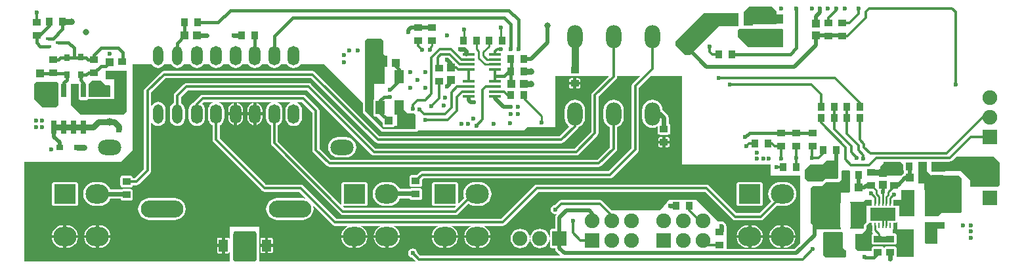
<source format=gbl>
G04 Layer_Physical_Order=4*
G04 Layer_Color=16711680*
%FSLAX24Y24*%
%MOIN*%
G70*
G01*
G75*
%ADD11R,0.0354X0.0394*%
%ADD12R,0.0394X0.0354*%
%ADD13R,0.0394X0.0394*%
%ADD14R,0.0394X0.0394*%
%ADD20R,0.0472X0.0630*%
%ADD24R,0.0335X0.0315*%
%ADD25R,0.0315X0.0335*%
%ADD26R,0.0276X0.0157*%
%ADD27R,0.0283X0.0701*%
%ADD29C,0.0157*%
%ADD30C,0.0098*%
%ADD31C,0.0197*%
%ADD32C,0.0118*%
%ADD33C,0.0236*%
%ADD34C,0.0315*%
%ADD38C,0.0748*%
%ADD39R,0.0748X0.0748*%
%ADD40O,0.1181X0.0787*%
%ADD41O,0.2165X0.0866*%
%ADD42O,0.0512X0.0984*%
%ADD43O,0.0591X0.0984*%
%ADD44C,0.0236*%
%ADD45R,0.0748X0.0748*%
%ADD46O,0.1181X0.0984*%
%ADD47R,0.1102X0.0984*%
%ADD48O,0.0787X0.1181*%
%ADD49C,0.0315*%
%ADD50C,0.0394*%
%ADD51R,0.0512X0.0709*%
%ADD52R,0.0591X0.0512*%
%ADD53R,0.0472X0.0709*%
%ADD54R,0.0630X0.0138*%
%ADD55R,0.0709X0.1339*%
%ADD56R,0.1299X0.0669*%
%ADD57R,0.0098X0.0276*%
%ADD58R,0.0709X0.0512*%
%ADD59C,0.0100*%
%ADD60C,0.0350*%
%ADD61R,0.0150X0.0335*%
%ADD62R,0.0197X0.0276*%
%ADD63R,0.0344X0.0276*%
G36*
X49724Y5030D02*
X49724Y3898D01*
X49646Y3819D01*
X48228D01*
Y4161D01*
X47752Y4606D01*
X47037Y4606D01*
X46860Y4587D01*
X46260D01*
X46260Y5095D01*
X47195D01*
X47212Y5098D01*
X47224D01*
X47227Y5101D01*
X47264Y5109D01*
X47323Y5148D01*
X47529Y5354D01*
X49424D01*
X49724Y5030D01*
D02*
G37*
G36*
X42126Y4606D02*
X42126Y4055D01*
Y3583D01*
X42047Y3504D01*
X41654Y3504D01*
X41654Y2963D01*
X41220D01*
Y1752D01*
X41654D01*
Y1693D01*
X41614Y1654D01*
X40433D01*
X40118Y1969D01*
X40118Y3740D01*
X40236Y3858D01*
X40709Y3858D01*
X40906Y4055D01*
X41575D01*
X41693Y4173D01*
X41693Y4606D01*
X41732Y4646D01*
X42087Y4646D01*
X42126Y4606D01*
D02*
G37*
G36*
X46024Y5069D02*
X46024Y4606D01*
X46260Y4370D01*
X47677D01*
X47795Y4252D01*
X47795Y2559D01*
X47717Y2480D01*
X46772Y2480D01*
X46614Y2323D01*
X46378D01*
Y3661D01*
X45906D01*
Y3976D01*
X45591Y3976D01*
Y5079D01*
X45607Y5095D01*
X45982D01*
X46024Y5069D01*
D02*
G37*
G36*
X18425Y11260D02*
Y10591D01*
X18543Y10472D01*
X18622D01*
Y10039D01*
X18504Y9921D01*
Y9055D01*
X17953D01*
Y8289D01*
X17930Y8255D01*
X17921Y8209D01*
Y7500D01*
X17930Y7454D01*
X17956Y7415D01*
X17995Y7389D01*
X18041Y7380D01*
X18093D01*
X18384Y7089D01*
Y6969D01*
X18393Y6922D01*
X18419Y6883D01*
X18458Y6857D01*
X18504Y6848D01*
X18898D01*
X18944Y6857D01*
X18983Y6883D01*
X19000Y6909D01*
X19144D01*
Y7490D01*
X18986D01*
Y8219D01*
X19459D01*
Y7746D01*
X19656Y7549D01*
X19990D01*
X20079Y7441D01*
X20079Y6732D01*
X18415Y6732D01*
X17510Y7638D01*
X17510Y9419D01*
X17510Y9419D01*
X17510Y11250D01*
X17598Y11339D01*
X18346D01*
X18425Y11260D01*
D02*
G37*
G36*
X44685Y5079D02*
X44840Y4924D01*
Y4665D01*
X44849Y4619D01*
X44875Y4580D01*
X44875Y4554D01*
X44849Y4515D01*
X44840Y4469D01*
Y4465D01*
X44785Y4428D01*
X44727Y4370D01*
X43661Y4370D01*
X43661Y4843D01*
X43819Y5000D01*
X43819Y5079D01*
X44685Y5079D01*
D02*
G37*
G36*
X41535Y5079D02*
Y4291D01*
X41457Y4213D01*
X40866Y4213D01*
X40748Y4094D01*
X39980Y4094D01*
X39843Y4232D01*
X39843Y4695D01*
X40108Y4961D01*
X40748Y4961D01*
X40945Y5157D01*
X41457D01*
X41535Y5079D01*
D02*
G37*
G36*
X44528Y1654D02*
X45354Y1654D01*
X45354Y236D01*
X44464Y236D01*
X44462Y240D01*
X44481Y269D01*
X44490Y315D01*
Y669D01*
X44481Y715D01*
X44455Y754D01*
X44416Y781D01*
X44370Y790D01*
X43976D01*
X43930Y781D01*
X43891Y754D01*
X43865Y715D01*
X43860Y691D01*
X43856D01*
X43851Y715D01*
X43825Y754D01*
X43786Y781D01*
X43740Y790D01*
X43346D01*
X43300Y781D01*
X43261Y754D01*
X43235Y715D01*
X43226Y669D01*
Y551D01*
X42520D01*
X42402Y669D01*
X42402Y1417D01*
X42717Y1417D01*
X42881Y1582D01*
X42920Y1608D01*
X42946Y1646D01*
X42953Y1654D01*
Y1681D01*
X42955Y1693D01*
Y1822D01*
X43083Y1976D01*
X43084Y1975D01*
X43130Y1966D01*
X43216D01*
Y1859D01*
X43214Y1850D01*
Y1614D01*
X43227Y1549D01*
X43265Y1493D01*
X43304Y1454D01*
X43302Y1450D01*
X43300Y1450D01*
X43261Y1424D01*
X43235Y1385D01*
X43226Y1339D01*
Y984D01*
X43235Y938D01*
X43261Y899D01*
X43300Y873D01*
X43346Y864D01*
X43740D01*
X43786Y873D01*
X43802Y883D01*
X43915D01*
X43930Y873D01*
X43976Y864D01*
X44370D01*
X44416Y873D01*
X44455Y899D01*
X44481Y938D01*
X44490Y984D01*
Y1339D01*
X44481Y1385D01*
X44455Y1424D01*
X44416Y1450D01*
X44370Y1459D01*
X44311D01*
Y1633D01*
X44334Y1667D01*
X44343Y1713D01*
Y1966D01*
X44429D01*
X44475Y1975D01*
X44514Y2001D01*
X44519Y2008D01*
X44528D01*
Y1654D01*
D02*
G37*
G36*
X41772Y1457D02*
X41772Y709D01*
X41890Y591D01*
X41929D01*
Y276D01*
X41850Y197D01*
X40906D01*
X40748Y354D01*
X40748Y1457D01*
X40787Y1496D01*
X41732D01*
X41772Y1457D01*
D02*
G37*
G36*
X12006Y1422D02*
X12006Y116D01*
X11913Y24D01*
X10877D01*
X10787Y114D01*
Y541D01*
X10787Y551D01*
X10787Y591D01*
X10787D01*
Y1261D01*
Y1379D01*
X10864Y1537D01*
X11913D01*
X12006Y1422D01*
D02*
G37*
G36*
X44941Y2313D02*
X44626D01*
Y2854D01*
X44494D01*
X44475Y2867D01*
X44429Y2876D01*
X44343D01*
Y2987D01*
X44344Y2992D01*
Y3130D01*
X44724Y3140D01*
Y3258D01*
X44724Y3661D01*
X44941D01*
Y2313D01*
D02*
G37*
G36*
X43215Y2992D02*
X43216Y2987D01*
Y2876D01*
X43130D01*
X43084Y2867D01*
X43065Y2854D01*
X42953D01*
X42953Y2007D01*
X42863Y1899D01*
X42854Y1883D01*
X42844Y1868D01*
X42843Y1862D01*
X42840Y1857D01*
X42838Y1839D01*
X42835Y1822D01*
Y1705D01*
Y1697D01*
X42833Y1695D01*
X42830Y1693D01*
X42126D01*
Y1752D01*
X42461D01*
Y2963D01*
X42126D01*
Y3031D01*
X42835D01*
X42894Y3130D01*
X43215D01*
Y2992D01*
D02*
G37*
G36*
X46929Y1693D02*
X46555D01*
Y906D01*
X45984D01*
X45945Y945D01*
X45945Y1693D01*
Y2008D01*
X46929D01*
Y1693D01*
D02*
G37*
G36*
X4213Y9094D02*
X4331Y8976D01*
X4528D01*
X4567Y8937D01*
X4567Y8388D01*
X3473D01*
Y9047D01*
X3470Y9061D01*
X3622Y9213D01*
X4094Y9213D01*
X4213Y9094D01*
D02*
G37*
G36*
X17389Y8082D02*
X17389Y7638D01*
X17389Y7638D01*
X17399Y7592D01*
X17425Y7553D01*
X17425Y7553D01*
X18330Y6647D01*
X18330Y6647D01*
X18369Y6621D01*
X18415Y6612D01*
X18415Y6612D01*
X20079Y6612D01*
X20125Y6621D01*
X20164Y6647D01*
X20190Y6686D01*
X20191Y6693D01*
X23136Y6693D01*
X23159Y6688D01*
X23183Y6693D01*
X25556D01*
X25743Y6831D01*
X27165D01*
Y9444D01*
X29872D01*
X29879Y9426D01*
X29046Y8592D01*
X29006Y8534D01*
X28993Y8465D01*
Y6610D01*
X28144Y5761D01*
X18037D01*
X14773Y9025D01*
X14715Y9065D01*
X14646Y9078D01*
X8425D01*
X8356Y9065D01*
X8297Y9025D01*
X7845Y8573D01*
X7806Y8514D01*
X7792Y8445D01*
Y8086D01*
X7784Y8083D01*
X7706Y8023D01*
X7646Y7945D01*
X7608Y7854D01*
X7595Y7756D01*
Y7283D01*
X7608Y7186D01*
X7646Y7095D01*
X7706Y7017D01*
X7784Y6957D01*
X7875Y6919D01*
X7972Y6906D01*
X8070Y6919D01*
X8161Y6957D01*
X8239Y7017D01*
X8299Y7095D01*
X8337Y7186D01*
X8350Y7283D01*
Y7756D01*
X8337Y7854D01*
X8299Y7945D01*
X8239Y8023D01*
X8161Y8083D01*
X8153Y8086D01*
Y8370D01*
X8500Y8717D01*
X14571D01*
X17835Y5453D01*
X17893Y5414D01*
X17963Y5400D01*
X28219D01*
X28288Y5414D01*
X28346Y5453D01*
X29301Y6408D01*
X29340Y6466D01*
X29354Y6535D01*
Y8390D01*
X30246Y9282D01*
X30285Y9340D01*
X30299Y9409D01*
Y9444D01*
X31447Y9444D01*
X31454Y9426D01*
X31093Y9065D01*
X31054Y9006D01*
X31040Y8937D01*
Y5783D01*
X29856Y4600D01*
X20384D01*
X20315Y4586D01*
X20256Y4547D01*
X20121Y4412D01*
X19882D01*
X19836Y4403D01*
X19797Y4376D01*
X19771Y4337D01*
X19761Y4291D01*
Y3937D01*
X19771Y3891D01*
X19797Y3852D01*
X19836Y3826D01*
X19882Y3817D01*
X20276D01*
X20322Y3826D01*
X20361Y3852D01*
X20387Y3891D01*
X20396Y3937D01*
Y4176D01*
X20459Y4239D01*
X29931D01*
X30000Y4252D01*
X30059Y4292D01*
X31348Y5581D01*
X31387Y5640D01*
X31401Y5709D01*
Y8862D01*
X31983Y9444D01*
X33587D01*
X33587Y4956D01*
X38110D01*
Y4370D01*
X39606Y4370D01*
X39606Y942D01*
X39318Y654D01*
X35876D01*
X35866Y669D01*
Y1811D01*
X35823Y1854D01*
X35813Y1903D01*
X35761Y1981D01*
X35683Y2034D01*
X35634Y2043D01*
X35630Y2047D01*
X35614D01*
X35591Y2052D01*
X35567Y2047D01*
X35415Y2047D01*
X34319Y3143D01*
X34180D01*
X34180Y3143D01*
X34134Y3152D01*
X33780D01*
X33733Y3143D01*
X33733Y3143D01*
X33511Y3143D01*
X33511Y3143D01*
X33465Y3152D01*
X33110D01*
X33064Y3143D01*
X32928D01*
X32822Y3005D01*
X32509Y2598D01*
X30039Y2598D01*
X29557Y3080D01*
X29498Y3120D01*
X29429Y3133D01*
X27461D01*
X27392Y3120D01*
X27333Y3080D01*
X27147Y2895D01*
X27073Y2880D01*
X26995Y2828D01*
X26943Y2750D01*
X26925Y2657D01*
X26943Y2565D01*
X26995Y2487D01*
X27073Y2435D01*
X27165Y2417D01*
X27210Y2425D01*
X27219Y2407D01*
X27174Y2340D01*
X27157Y2256D01*
Y1676D01*
X27004D01*
X26958Y1666D01*
X26919Y1640D01*
X26893Y1601D01*
X26884Y1555D01*
Y1262D01*
X26864Y1261D01*
X26857Y1310D01*
X26808Y1429D01*
X26729Y1532D01*
X26626Y1611D01*
X26506Y1661D01*
X26378Y1677D01*
X26249Y1661D01*
X26130Y1611D01*
X26027Y1532D01*
X25948Y1429D01*
X25898Y1310D01*
X25888Y1229D01*
X25868D01*
X25857Y1310D01*
X25808Y1429D01*
X25729Y1532D01*
X25626Y1611D01*
X25506Y1661D01*
X25378Y1677D01*
X25249Y1661D01*
X25130Y1611D01*
X25027Y1532D01*
X24948Y1429D01*
X24898Y1310D01*
X24882Y1181D01*
X24898Y1053D01*
X24948Y933D01*
X25027Y830D01*
X25130Y751D01*
X25249Y702D01*
X25378Y685D01*
X25506Y702D01*
X25626Y751D01*
X25729Y830D01*
X25808Y933D01*
X25857Y1053D01*
X25868Y1133D01*
X25888D01*
X25898Y1053D01*
X25948Y933D01*
X26027Y830D01*
X26130Y751D01*
X26249Y702D01*
X26378Y685D01*
X26506Y702D01*
X26626Y751D01*
X26729Y830D01*
X26808Y933D01*
X26857Y1053D01*
X26864Y1101D01*
X26884Y1100D01*
Y807D01*
X26893Y761D01*
X26919Y722D01*
X26958Y696D01*
X27004Y687D01*
X27157D01*
Y673D01*
X27174Y589D01*
X27222Y517D01*
X27422Y317D01*
X27414Y299D01*
X20311D01*
X20158Y451D01*
X20144Y525D01*
X20092Y603D01*
X20013Y656D01*
X19921Y674D01*
X19829Y656D01*
X19751Y603D01*
X19699Y525D01*
X19680Y433D01*
X19699Y341D01*
X19751Y263D01*
X19829Y211D01*
X19903Y196D01*
X20077Y22D01*
X20069Y4D01*
X12126D01*
Y116D01*
X12126Y116D01*
X12126Y116D01*
Y688D01*
X12126Y1422D01*
Y1772D01*
X10630D01*
Y1177D01*
X10629Y1177D01*
X10610Y1174D01*
X10595Y1196D01*
X10569Y1214D01*
X10539Y1220D01*
X10381D01*
Y824D01*
Y429D01*
X10539D01*
X10569Y435D01*
X10595Y453D01*
X10610Y475D01*
X10629Y472D01*
X10630Y472D01*
Y4D01*
X201D01*
Y5079D01*
X5139Y5079D01*
X5709Y5686D01*
X5709Y10039D01*
X6668D01*
X6721Y9969D01*
X6800Y9910D01*
X6891Y9872D01*
X6988Y9859D01*
X7086Y9872D01*
X7177Y9910D01*
X7255Y9969D01*
X7309Y10039D01*
X7652D01*
X7706Y9969D01*
X7784Y9910D01*
X7875Y9872D01*
X7972Y9859D01*
X8070Y9872D01*
X8161Y9910D01*
X8239Y9969D01*
X8293Y10039D01*
X8617D01*
X8662Y9981D01*
X8748Y9915D01*
X8849Y9873D01*
X8957Y9859D01*
X9065Y9873D01*
X9165Y9915D01*
X9252Y9981D01*
X9297Y10039D01*
X9601D01*
X9646Y9981D01*
X9732Y9915D01*
X9833Y9873D01*
X9941Y9859D01*
X10049Y9873D01*
X10149Y9915D01*
X10236Y9981D01*
X10281Y10039D01*
X10585Y10039D01*
X10630Y9981D01*
X10717Y9915D01*
X10817Y9873D01*
X10925Y9859D01*
X11033Y9873D01*
X11134Y9915D01*
X11220Y9981D01*
X11265Y10039D01*
X11570D01*
X11615Y9981D01*
X11701Y9915D01*
X11802Y9873D01*
X11909Y9859D01*
X12017Y9873D01*
X12118Y9915D01*
X12204Y9981D01*
X12249Y10039D01*
X12554D01*
X12599Y9981D01*
X12685Y9915D01*
X12786Y9873D01*
X12894Y9859D01*
X13002Y9873D01*
X13102Y9915D01*
X13189Y9981D01*
X13233Y10039D01*
X13538D01*
X13583Y9981D01*
X13669Y9915D01*
X13770Y9873D01*
X13878Y9859D01*
X13986Y9873D01*
X14086Y9915D01*
X14173Y9981D01*
X14218Y10039D01*
X15433D01*
X17389Y8082D01*
D02*
G37*
G36*
X36457Y11968D02*
X35453D01*
X33996Y10512D01*
X33760D01*
X33248Y11024D01*
Y11181D01*
X34705Y12638D01*
X36457Y12638D01*
X36457Y11968D01*
D02*
G37*
G36*
X1929Y9055D02*
Y7953D01*
X1811Y7835D01*
X1142D01*
X709Y8268D01*
X709Y9055D01*
X787Y9134D01*
X906Y9134D01*
X1850D01*
X1929Y9055D01*
D02*
G37*
G36*
X38705Y11850D02*
X38740Y11815D01*
X38740Y10906D01*
X36969D01*
X36417Y11457D01*
X36417Y11772D01*
X36496Y11850D01*
X36732Y11850D01*
X38705Y11850D01*
D02*
G37*
G36*
X38410Y12741D02*
X38410Y12091D01*
X37207D01*
Y12006D01*
X36713Y12006D01*
X36713Y12697D01*
X37004Y12988D01*
X38163D01*
X38410Y12741D01*
D02*
G37*
G36*
X5394Y7638D02*
X5236Y7480D01*
X3051D01*
X2559Y7972D01*
Y9055D01*
X2942D01*
X2948Y9047D01*
Y8346D01*
X2953Y8325D01*
Y8268D01*
X2979D01*
X2984Y8261D01*
X3023Y8235D01*
X3069Y8226D01*
X3352D01*
X3398Y8235D01*
X3438Y8261D01*
X3442Y8268D01*
X4764D01*
X4764Y9291D01*
X4331D01*
X4331Y9724D01*
X5394D01*
Y7638D01*
D02*
G37*
%LPC*%
G36*
X38610Y1201D02*
X38025D01*
X38034Y1130D01*
X38092Y992D01*
X38183Y872D01*
X38303Y781D01*
X38442Y723D01*
X38591Y704D01*
X38610D01*
Y1201D01*
D02*
G37*
G36*
X37699D02*
X37114D01*
Y704D01*
X37134D01*
X37283Y723D01*
X37422Y781D01*
X37541Y872D01*
X37633Y992D01*
X37690Y1130D01*
X37699Y1201D01*
D02*
G37*
G36*
X23869D02*
X23283D01*
Y704D01*
X23303D01*
X23452Y723D01*
X23591Y781D01*
X23710Y872D01*
X23802Y992D01*
X23859Y1130D01*
X23869Y1201D01*
D02*
G37*
G36*
X36957D02*
X36372D01*
X36381Y1130D01*
X36438Y992D01*
X36530Y872D01*
X36649Y781D01*
X36788Y723D01*
X36937Y704D01*
X36957D01*
Y1201D01*
D02*
G37*
G36*
X2177Y1855D02*
X2157D01*
X2008Y1836D01*
X1870Y1778D01*
X1750Y1687D01*
X1659Y1567D01*
X1601Y1429D01*
X1592Y1358D01*
X2177D01*
Y1855D01*
D02*
G37*
G36*
X2354D02*
X2335D01*
Y1358D01*
X2920D01*
X2910Y1429D01*
X2853Y1567D01*
X2761Y1687D01*
X2642Y1778D01*
X2503Y1836D01*
X2354Y1855D01*
D02*
G37*
G36*
X3831D02*
X3811D01*
X3662Y1836D01*
X3523Y1778D01*
X3404Y1687D01*
X3312Y1567D01*
X3255Y1429D01*
X3246Y1358D01*
X3831D01*
Y1855D01*
D02*
G37*
G36*
X12735Y1222D02*
X12577D01*
Y906D01*
X12815D01*
Y1142D01*
X12809Y1172D01*
X12791Y1199D01*
X12765Y1216D01*
X12735Y1222D01*
D02*
G37*
G36*
X39353Y1201D02*
X38768D01*
Y704D01*
X38787D01*
X38936Y723D01*
X39075Y781D01*
X39195Y872D01*
X39286Y992D01*
X39344Y1130D01*
X39353Y1201D01*
D02*
G37*
G36*
X10224Y1220D02*
X10066D01*
X10035Y1214D01*
X10009Y1196D01*
X9992Y1170D01*
X9986Y1139D01*
Y903D01*
X10224D01*
Y1220D01*
D02*
G37*
G36*
X12420Y1222D02*
X12262D01*
X12231Y1216D01*
X12205Y1199D01*
X12188Y1172D01*
X12182Y1142D01*
Y906D01*
X12420D01*
Y1222D01*
D02*
G37*
G36*
X2920Y1201D02*
X2335D01*
Y704D01*
X2354D01*
X2503Y723D01*
X2642Y781D01*
X2761Y872D01*
X2853Y992D01*
X2910Y1130D01*
X2920Y1201D01*
D02*
G37*
G36*
X3831D02*
X3246D01*
X3255Y1130D01*
X3312Y992D01*
X3404Y872D01*
X3523Y781D01*
X3662Y723D01*
X3811Y704D01*
X3831D01*
Y1201D01*
D02*
G37*
G36*
X4573D02*
X3988D01*
Y704D01*
X4008D01*
X4157Y723D01*
X4296Y781D01*
X4415Y872D01*
X4507Y992D01*
X4564Y1130D01*
X4573Y1201D01*
D02*
G37*
G36*
X2177D02*
X1592D01*
X1601Y1130D01*
X1659Y992D01*
X1750Y872D01*
X1870Y781D01*
X2008Y723D01*
X2157Y704D01*
X2177D01*
Y1201D01*
D02*
G37*
G36*
X10224Y746D02*
X9986D01*
Y509D01*
X9992Y479D01*
X10009Y453D01*
X10035Y435D01*
X10066Y429D01*
X10224D01*
Y746D01*
D02*
G37*
G36*
X12420Y748D02*
X12182D01*
Y512D01*
X12188Y481D01*
X12205Y455D01*
X12231Y438D01*
X12262Y432D01*
X12420D01*
Y748D01*
D02*
G37*
G36*
X12815D02*
X12577D01*
Y432D01*
X12735D01*
X12765Y438D01*
X12791Y455D01*
X12809Y481D01*
X12815Y512D01*
Y748D01*
D02*
G37*
G36*
X21472Y1201D02*
X20887D01*
X20897Y1130D01*
X20954Y992D01*
X21046Y872D01*
X21165Y781D01*
X21304Y723D01*
X21453Y704D01*
X21472D01*
Y1201D01*
D02*
G37*
G36*
X22215D02*
X21630D01*
Y704D01*
X21650D01*
X21799Y723D01*
X21937Y781D01*
X22057Y872D01*
X22148Y992D01*
X22206Y1130D01*
X22215Y1201D01*
D02*
G37*
G36*
X23126D02*
X22541D01*
X22550Y1130D01*
X22608Y992D01*
X22699Y872D01*
X22818Y781D01*
X22957Y723D01*
X23106Y704D01*
X23126D01*
Y1201D01*
D02*
G37*
G36*
X19274D02*
X18689D01*
Y704D01*
X18709D01*
X18858Y723D01*
X18997Y781D01*
X19116Y872D01*
X19207Y992D01*
X19265Y1130D01*
X19274Y1201D01*
D02*
G37*
G36*
X16878D02*
X16293D01*
X16302Y1130D01*
X16360Y992D01*
X16451Y872D01*
X16570Y781D01*
X16709Y723D01*
X16858Y704D01*
X16878D01*
Y1201D01*
D02*
G37*
G36*
X17621D02*
X17035D01*
Y704D01*
X17055D01*
X17204Y723D01*
X17343Y781D01*
X17462Y872D01*
X17554Y992D01*
X17611Y1130D01*
X17621Y1201D01*
D02*
G37*
G36*
X18532D02*
X17946D01*
X17956Y1130D01*
X18013Y992D01*
X18105Y872D01*
X18224Y781D01*
X18363Y723D01*
X18512Y704D01*
X18532D01*
Y1201D01*
D02*
G37*
G36*
X4008Y1855D02*
X3988D01*
Y1358D01*
X4573D01*
X4564Y1429D01*
X4507Y1567D01*
X4415Y1687D01*
X4296Y1778D01*
X4157Y1836D01*
X4008Y1855D01*
D02*
G37*
G36*
X32874Y6340D02*
X32756D01*
Y6161D01*
X32954D01*
Y6260D01*
X32948Y6291D01*
X32931Y6317D01*
X32905Y6334D01*
X32874Y6340D01*
D02*
G37*
G36*
X32087Y8233D02*
X31953Y8215D01*
X31828Y8164D01*
X31722Y8082D01*
X31640Y7975D01*
X31588Y7850D01*
X31570Y7717D01*
Y7323D01*
X31588Y7189D01*
X31640Y7065D01*
X31722Y6958D01*
X31828Y6876D01*
X31953Y6824D01*
X32087Y6807D01*
X32220Y6824D01*
X32340Y6874D01*
X32360Y6865D01*
Y6575D01*
X32369Y6529D01*
X32395Y6490D01*
X32434Y6464D01*
X32480Y6454D01*
X32874D01*
X32920Y6464D01*
X32959Y6490D01*
X32985Y6529D01*
X32994Y6575D01*
Y6929D01*
X32985Y6975D01*
X32959Y7014D01*
X32920Y7040D01*
X32918Y7041D01*
Y7323D01*
X32900Y7415D01*
X32847Y7493D01*
X32651Y7690D01*
X32602Y7722D01*
X32585Y7850D01*
X32534Y7975D01*
X32452Y8082D01*
X32345Y8164D01*
X32220Y8215D01*
X32087Y8233D01*
D02*
G37*
G36*
X11988Y8083D02*
Y7598D01*
X12287D01*
Y7717D01*
X12274Y7814D01*
X12236Y7905D01*
X12176Y7983D01*
X12098Y8043D01*
X12007Y8081D01*
X11988Y8083D01*
D02*
G37*
G36*
X32598Y6340D02*
X32480D01*
X32450Y6334D01*
X32424Y6317D01*
X32406Y6291D01*
X32400Y6260D01*
Y6161D01*
X32598D01*
Y6340D01*
D02*
G37*
G36*
Y6004D02*
X32400D01*
Y5906D01*
X32406Y5875D01*
X32424Y5849D01*
X32450Y5831D01*
X32480Y5825D01*
X32598D01*
Y6004D01*
D02*
G37*
G36*
X32954D02*
X32756D01*
Y5825D01*
X32874D01*
X32905Y5831D01*
X32931Y5849D01*
X32948Y5875D01*
X32954Y5906D01*
Y6004D01*
D02*
G37*
G36*
X14843Y9708D02*
X7283D01*
X7214Y9694D01*
X7156Y9655D01*
X6329Y8829D01*
X6290Y8770D01*
X6276Y8701D01*
Y4720D01*
X5811Y4255D01*
X5710D01*
X5702Y4298D01*
X5676Y4337D01*
X5637Y4363D01*
X5591Y4372D01*
X5197D01*
X5151Y4363D01*
X5112Y4337D01*
X5086Y4298D01*
X5076Y4252D01*
Y3898D01*
X5086Y3852D01*
X5112Y3812D01*
X5151Y3786D01*
X5197Y3777D01*
X5591D01*
X5637Y3786D01*
X5676Y3812D01*
X5702Y3852D01*
X5710Y3894D01*
X5886D01*
X5955Y3908D01*
X6014Y3947D01*
X6584Y4518D01*
X6624Y4577D01*
X6637Y4646D01*
Y7103D01*
X6657Y7107D01*
X6661Y7095D01*
X6721Y7017D01*
X6800Y6957D01*
X6891Y6919D01*
X6988Y6906D01*
X7086Y6919D01*
X7177Y6957D01*
X7255Y7017D01*
X7315Y7095D01*
X7353Y7186D01*
X7365Y7283D01*
Y7756D01*
X7353Y7854D01*
X7315Y7945D01*
X7255Y8023D01*
X7177Y8083D01*
X7086Y8120D01*
X6988Y8133D01*
X6891Y8120D01*
X6800Y8083D01*
X6721Y8023D01*
X6661Y7945D01*
X6657Y7933D01*
X6637Y7937D01*
Y8626D01*
X7358Y9347D01*
X14768D01*
X18042Y6073D01*
X18100Y6034D01*
X18169Y6020D01*
X27461D01*
X27530Y6034D01*
X27588Y6073D01*
X28277Y6762D01*
X28316Y6821D01*
X28320Y6840D01*
X28408Y6876D01*
X28515Y6958D01*
X28597Y7065D01*
X28648Y7189D01*
X28666Y7323D01*
Y7717D01*
X28648Y7850D01*
X28597Y7975D01*
X28515Y8082D01*
X28408Y8164D01*
X28283Y8215D01*
X28150Y8233D01*
X28016Y8215D01*
X27891Y8164D01*
X27785Y8082D01*
X27703Y7975D01*
X27651Y7850D01*
X27633Y7717D01*
Y7323D01*
X27651Y7189D01*
X27703Y7065D01*
X27785Y6958D01*
X27873Y6890D01*
X27875Y6870D01*
X27386Y6381D01*
X18244D01*
X14970Y9655D01*
X14912Y9694D01*
X14843Y9708D01*
D02*
G37*
G36*
X10846Y8083D02*
X10828Y8081D01*
X10737Y8043D01*
X10658Y7983D01*
X10598Y7905D01*
X10561Y7814D01*
X10548Y7717D01*
Y7598D01*
X10846D01*
Y8083D01*
D02*
G37*
G36*
X11831D02*
X11812Y8081D01*
X11721Y8043D01*
X11643Y7983D01*
X11583Y7905D01*
X11545Y7814D01*
X11532Y7717D01*
Y7598D01*
X11831D01*
Y8083D01*
D02*
G37*
G36*
X11004D02*
Y7598D01*
X11302D01*
Y7717D01*
X11290Y7814D01*
X11252Y7905D01*
X11192Y7983D01*
X11114Y8043D01*
X11023Y8081D01*
X11004Y8083D01*
D02*
G37*
G36*
X11831Y7441D02*
X11532D01*
Y7323D01*
X11545Y7225D01*
X11583Y7134D01*
X11643Y7056D01*
X11721Y6996D01*
X11812Y6958D01*
X11831Y6956D01*
Y7441D01*
D02*
G37*
G36*
X11302D02*
X11004D01*
Y6956D01*
X11023Y6958D01*
X11114Y6996D01*
X11192Y7056D01*
X11252Y7134D01*
X11290Y7225D01*
X11302Y7323D01*
Y7441D01*
D02*
G37*
G36*
X12287D02*
X11988D01*
Y6956D01*
X12007Y6958D01*
X12098Y6996D01*
X12176Y7056D01*
X12236Y7134D01*
X12274Y7225D01*
X12287Y7323D01*
Y7441D01*
D02*
G37*
G36*
X10846D02*
X10548D01*
Y7323D01*
X10561Y7225D01*
X10598Y7134D01*
X10658Y7056D01*
X10737Y6996D01*
X10828Y6958D01*
X10846Y6956D01*
Y7441D01*
D02*
G37*
G36*
X16535Y6343D02*
X16142D01*
X16008Y6325D01*
X15884Y6274D01*
X15777Y6192D01*
X15695Y6085D01*
X15643Y5960D01*
X15626Y5827D01*
X15643Y5693D01*
X15695Y5569D01*
X15777Y5462D01*
X15884Y5380D01*
X16008Y5328D01*
X16142Y5311D01*
X16535D01*
X16669Y5328D01*
X16794Y5380D01*
X16900Y5462D01*
X16983Y5569D01*
X17034Y5693D01*
X17052Y5827D01*
X17034Y5960D01*
X16983Y6085D01*
X16900Y6192D01*
X16794Y6274D01*
X16669Y6325D01*
X16535Y6343D01*
D02*
G37*
G36*
X28346Y9332D02*
X28228D01*
Y9154D01*
X28427D01*
Y9252D01*
X28421Y9283D01*
X28403Y9309D01*
X28377Y9326D01*
X28346Y9332D01*
D02*
G37*
G36*
X7835Y3233D02*
X6535D01*
X6392Y3214D01*
X6257Y3159D01*
X6142Y3070D01*
X6054Y2955D01*
X5998Y2821D01*
X5979Y2677D01*
X5998Y2533D01*
X6054Y2399D01*
X6142Y2284D01*
X6257Y2196D01*
X6392Y2140D01*
X6535Y2121D01*
X7835D01*
X7979Y2140D01*
X8113Y2196D01*
X8228Y2284D01*
X8316Y2399D01*
X8372Y2533D01*
X8391Y2677D01*
X8372Y2821D01*
X8316Y2955D01*
X8228Y3070D01*
X8113Y3159D01*
X7979Y3214D01*
X7835Y3233D01*
D02*
G37*
G36*
X28071Y9332D02*
X27953D01*
X27922Y9326D01*
X27896Y9309D01*
X27879Y9283D01*
X27872Y9252D01*
Y9154D01*
X28071D01*
Y9332D01*
D02*
G37*
G36*
X38787Y1855D02*
X38768D01*
Y1358D01*
X39353D01*
X39344Y1429D01*
X39286Y1567D01*
X39195Y1687D01*
X39075Y1778D01*
X38936Y1836D01*
X38787Y1855D01*
D02*
G37*
G36*
X36957D02*
X36937D01*
X36788Y1836D01*
X36649Y1778D01*
X36530Y1687D01*
X36438Y1567D01*
X36381Y1429D01*
X36372Y1358D01*
X36957D01*
Y1855D01*
D02*
G37*
G36*
X37134D02*
X37114D01*
Y1358D01*
X37699D01*
X37690Y1429D01*
X37633Y1567D01*
X37541Y1687D01*
X37422Y1778D01*
X37283Y1836D01*
X37134Y1855D01*
D02*
G37*
G36*
X38610D02*
X38591D01*
X38442Y1836D01*
X38303Y1778D01*
X38183Y1687D01*
X38092Y1567D01*
X38034Y1429D01*
X38025Y1358D01*
X38610D01*
Y1855D01*
D02*
G37*
G36*
X18709Y4058D02*
X18512D01*
X18392Y4046D01*
X18277Y4011D01*
X18171Y3955D01*
X18078Y3878D01*
X18002Y3786D01*
X17945Y3680D01*
X17910Y3565D01*
X17899Y3445D01*
X17910Y3325D01*
X17945Y3210D01*
X18002Y3104D01*
X18078Y3011D01*
X18171Y2935D01*
X18277Y2878D01*
X18392Y2843D01*
X18512Y2832D01*
X18709D01*
X18828Y2843D01*
X18943Y2878D01*
X19049Y2935D01*
X19142Y3011D01*
X19219Y3104D01*
X19275Y3210D01*
X19279Y3224D01*
X19770D01*
X19771Y3222D01*
X19797Y3183D01*
X19836Y3156D01*
X19882Y3147D01*
X20276D01*
X20322Y3156D01*
X20361Y3183D01*
X20387Y3222D01*
X20396Y3268D01*
Y3622D01*
X20387Y3668D01*
X20361Y3707D01*
X20322Y3733D01*
X20276Y3742D01*
X19882D01*
X19836Y3733D01*
X19797Y3707D01*
X19796Y3705D01*
X19261D01*
X19219Y3786D01*
X19142Y3878D01*
X19049Y3955D01*
X18943Y4011D01*
X18828Y4046D01*
X18709Y4058D01*
D02*
G37*
G36*
X28071Y8996D02*
X27872D01*
Y8898D01*
X27879Y8867D01*
X27896Y8841D01*
X27922Y8823D01*
X27953Y8817D01*
X28071D01*
Y8996D01*
D02*
G37*
G36*
X14370Y8488D02*
X9252D01*
X9183Y8474D01*
X9124Y8435D01*
X8829Y8140D01*
X8803Y8100D01*
X8748Y8078D01*
X8662Y8011D01*
X8596Y7925D01*
X8554Y7824D01*
X8540Y7717D01*
Y7323D01*
X8554Y7215D01*
X8596Y7114D01*
X8662Y7028D01*
X8748Y6962D01*
X8849Y6920D01*
X8957Y6906D01*
X9065Y6920D01*
X9165Y6962D01*
X9252Y7028D01*
X9318Y7114D01*
X9359Y7215D01*
X9374Y7323D01*
Y7717D01*
X9359Y7824D01*
X9318Y7925D01*
X9252Y8011D01*
X9241Y8020D01*
X9240Y8039D01*
X9327Y8126D01*
X9799D01*
X9803Y8107D01*
X9732Y8078D01*
X9646Y8011D01*
X9580Y7925D01*
X9538Y7824D01*
X9524Y7717D01*
Y7323D01*
X9538Y7215D01*
X9580Y7114D01*
X9646Y7028D01*
X9732Y6962D01*
X9760Y6950D01*
Y6201D01*
X9774Y6132D01*
X9813Y6073D01*
X12274Y3612D01*
X12332Y3573D01*
X12402Y3560D01*
X14167D01*
X14504Y3223D01*
X14493Y3207D01*
X14475Y3214D01*
X14331Y3233D01*
X13032D01*
X12888Y3214D01*
X12754Y3159D01*
X12638Y3070D01*
X12550Y2955D01*
X12494Y2821D01*
X12476Y2677D01*
X12494Y2533D01*
X12550Y2399D01*
X12638Y2284D01*
X12754Y2196D01*
X12888Y2140D01*
X13032Y2121D01*
X14331D01*
X14475Y2140D01*
X14609Y2196D01*
X14724Y2284D01*
X14812Y2399D01*
X14868Y2533D01*
X14887Y2677D01*
X14868Y2821D01*
X14860Y2839D01*
X14876Y2850D01*
X15847Y1880D01*
X15905Y1841D01*
X15974Y1827D01*
X16638D01*
X16642Y1808D01*
X16570Y1778D01*
X16451Y1687D01*
X16360Y1567D01*
X16302Y1429D01*
X16293Y1358D01*
X17621D01*
X17611Y1429D01*
X17554Y1567D01*
X17462Y1687D01*
X17343Y1778D01*
X17271Y1808D01*
X17275Y1827D01*
X18292D01*
X18296Y1808D01*
X18224Y1778D01*
X18105Y1687D01*
X18013Y1567D01*
X17956Y1429D01*
X17946Y1358D01*
X19274D01*
X19265Y1429D01*
X19207Y1567D01*
X19116Y1687D01*
X18997Y1778D01*
X18925Y1808D01*
X18929Y1827D01*
X21233D01*
X21237Y1808D01*
X21165Y1778D01*
X21046Y1687D01*
X20954Y1567D01*
X20897Y1429D01*
X20887Y1358D01*
X22215D01*
X22206Y1429D01*
X22148Y1567D01*
X22057Y1687D01*
X21937Y1778D01*
X21866Y1808D01*
X21870Y1827D01*
X22886D01*
X22890Y1808D01*
X22818Y1778D01*
X22699Y1687D01*
X22608Y1567D01*
X22550Y1429D01*
X22541Y1358D01*
X23869D01*
X23859Y1429D01*
X23802Y1567D01*
X23710Y1687D01*
X23591Y1778D01*
X23519Y1808D01*
X23523Y1827D01*
X24488D01*
X24557Y1841D01*
X24616Y1880D01*
X26295Y3560D01*
X34768D01*
X36162Y2166D01*
X36220Y2126D01*
X36289Y2113D01*
X37608D01*
X37677Y2126D01*
X37736Y2166D01*
X38427Y2857D01*
X38471Y2843D01*
X38591Y2832D01*
X38787D01*
X38907Y2843D01*
X39022Y2878D01*
X39128Y2935D01*
X39221Y3011D01*
X39297Y3104D01*
X39354Y3210D01*
X39389Y3325D01*
X39401Y3445D01*
X39389Y3565D01*
X39354Y3680D01*
X39297Y3786D01*
X39221Y3878D01*
X39128Y3955D01*
X39022Y4011D01*
X38907Y4046D01*
X38787Y4058D01*
X38591D01*
X38471Y4046D01*
X38356Y4011D01*
X38250Y3955D01*
X38157Y3878D01*
X38081Y3786D01*
X38024Y3680D01*
X37989Y3565D01*
X37977Y3445D01*
X37989Y3325D01*
X38024Y3210D01*
X38081Y3104D01*
X38118Y3059D01*
X37533Y2474D01*
X36364D01*
X34970Y3868D01*
X34912Y3907D01*
X34843Y3921D01*
X26220D01*
X26151Y3907D01*
X26093Y3868D01*
X24413Y2189D01*
X16049D01*
X14370Y3868D01*
X14311Y3907D01*
X14242Y3921D01*
X12476D01*
X10122Y6276D01*
Y6950D01*
X10149Y6962D01*
X10236Y7028D01*
X10302Y7114D01*
X10344Y7215D01*
X10358Y7323D01*
Y7717D01*
X10344Y7824D01*
X10302Y7925D01*
X10236Y8011D01*
X10149Y8078D01*
X10079Y8107D01*
X10083Y8126D01*
X12752D01*
X12756Y8107D01*
X12685Y8078D01*
X12599Y8011D01*
X12533Y7925D01*
X12491Y7824D01*
X12477Y7717D01*
Y7323D01*
X12491Y7215D01*
X12533Y7114D01*
X12599Y7028D01*
X12685Y6962D01*
X12713Y6950D01*
Y6043D01*
X12727Y5974D01*
X12766Y5916D01*
X16250Y2431D01*
X16309Y2392D01*
X16378Y2378D01*
X22106D01*
X22175Y2392D01*
X22234Y2431D01*
X22750Y2948D01*
X22766Y2935D01*
X22872Y2878D01*
X22987Y2843D01*
X23106Y2832D01*
X23303D01*
X23423Y2843D01*
X23538Y2878D01*
X23644Y2935D01*
X23737Y3011D01*
X23813Y3104D01*
X23870Y3210D01*
X23905Y3325D01*
X23916Y3445D01*
X23905Y3565D01*
X23870Y3680D01*
X23813Y3786D01*
X23737Y3878D01*
X23644Y3955D01*
X23538Y4011D01*
X23423Y4046D01*
X23303Y4058D01*
X23106D01*
X22987Y4046D01*
X22872Y4011D01*
X22766Y3955D01*
X22673Y3878D01*
X22596Y3786D01*
X22540Y3680D01*
X22505Y3565D01*
X22493Y3445D01*
X22505Y3325D01*
X22531Y3239D01*
X22241Y2949D01*
X22223Y2959D01*
Y3937D01*
X22214Y3983D01*
X22188Y4022D01*
X22148Y4048D01*
X22102Y4057D01*
X21000D01*
X20954Y4048D01*
X20915Y4022D01*
X20889Y3983D01*
X20880Y3937D01*
Y2953D01*
X20889Y2907D01*
X20915Y2868D01*
X20954Y2842D01*
X21000Y2832D01*
X22096D01*
X22106Y2814D01*
X22031Y2740D01*
X16453D01*
X16374Y2819D01*
X16384Y2837D01*
X16406Y2832D01*
X17508D01*
X17554Y2842D01*
X17593Y2868D01*
X17619Y2907D01*
X17628Y2953D01*
Y3937D01*
X17619Y3983D01*
X17593Y4022D01*
X17554Y4048D01*
X17508Y4057D01*
X16406D01*
X16359Y4048D01*
X16320Y4022D01*
X16294Y3983D01*
X16285Y3937D01*
Y2953D01*
X16289Y2931D01*
X16271Y2921D01*
X13074Y6118D01*
Y6950D01*
X13102Y6962D01*
X13189Y7028D01*
X13255Y7114D01*
X13296Y7215D01*
X13311Y7323D01*
Y7717D01*
X13296Y7824D01*
X13255Y7925D01*
X13189Y8011D01*
X13102Y8078D01*
X13032Y8107D01*
X13036Y8126D01*
X13736D01*
X13740Y8107D01*
X13669Y8078D01*
X13583Y8011D01*
X13517Y7925D01*
X13475Y7824D01*
X13461Y7717D01*
Y7323D01*
X13475Y7215D01*
X13517Y7114D01*
X13583Y7028D01*
X13669Y6962D01*
X13770Y6920D01*
X13878Y6906D01*
X13986Y6920D01*
X14086Y6962D01*
X14173Y7028D01*
X14239Y7114D01*
X14281Y7215D01*
X14295Y7323D01*
Y7717D01*
X14281Y7824D01*
X14239Y7925D01*
X14173Y8011D01*
X14086Y8078D01*
X14016Y8107D01*
X14020Y8126D01*
X14295D01*
X14829Y7592D01*
Y5679D01*
X14843Y5610D01*
X14882Y5551D01*
X15561Y4872D01*
X15619Y4833D01*
X15689Y4819D01*
X29370D01*
X29439Y4833D01*
X29498Y4872D01*
X30246Y5620D01*
X30285Y5679D01*
X30299Y5748D01*
Y6844D01*
X30376Y6876D01*
X30483Y6958D01*
X30565Y7065D01*
X30617Y7189D01*
X30634Y7323D01*
Y7717D01*
X30617Y7850D01*
X30565Y7975D01*
X30483Y8082D01*
X30376Y8164D01*
X30252Y8215D01*
X30118Y8233D01*
X29985Y8215D01*
X29860Y8164D01*
X29753Y8082D01*
X29671Y7975D01*
X29619Y7850D01*
X29602Y7717D01*
Y7323D01*
X29619Y7189D01*
X29671Y7065D01*
X29753Y6958D01*
X29860Y6876D01*
X29937Y6844D01*
Y5823D01*
X29295Y5181D01*
X15763D01*
X15190Y5754D01*
Y7667D01*
X15177Y7736D01*
X15138Y7795D01*
X14498Y8435D01*
X14439Y8474D01*
X14370Y8488D01*
D02*
G37*
G36*
X4008Y4058D02*
X3811D01*
X3691Y4046D01*
X3576Y4011D01*
X3470Y3955D01*
X3377Y3878D01*
X3301Y3786D01*
X3245Y3680D01*
X3210Y3565D01*
X3198Y3445D01*
X3210Y3325D01*
X3245Y3210D01*
X3301Y3104D01*
X3377Y3011D01*
X3470Y2935D01*
X3576Y2878D01*
X3691Y2843D01*
X3811Y2832D01*
X4008D01*
X4128Y2843D01*
X4243Y2878D01*
X4349Y2935D01*
X4441Y3011D01*
X4518Y3104D01*
X4571Y3204D01*
X5081D01*
X5086Y3182D01*
X5112Y3143D01*
X5151Y3117D01*
X5197Y3108D01*
X5591D01*
X5637Y3117D01*
X5676Y3143D01*
X5702Y3182D01*
X5711Y3228D01*
Y3583D01*
X5702Y3629D01*
X5676Y3668D01*
X5637Y3694D01*
X5591Y3703D01*
X5197D01*
X5151Y3694D01*
X5138Y3686D01*
X4571D01*
X4518Y3786D01*
X4441Y3878D01*
X4349Y3955D01*
X4243Y4011D01*
X4128Y4046D01*
X4008Y4058D01*
D02*
G37*
G36*
X28427Y8996D02*
X28228D01*
Y8817D01*
X28346D01*
X28377Y8823D01*
X28403Y8841D01*
X28421Y8867D01*
X28427Y8898D01*
Y8996D01*
D02*
G37*
G36*
X2807Y4057D02*
X1705D01*
X1659Y4048D01*
X1620Y4022D01*
X1593Y3983D01*
X1584Y3937D01*
Y2953D01*
X1593Y2907D01*
X1620Y2868D01*
X1659Y2842D01*
X1705Y2832D01*
X2807D01*
X2853Y2842D01*
X2892Y2868D01*
X2918Y2907D01*
X2928Y2953D01*
Y3937D01*
X2918Y3983D01*
X2892Y4022D01*
X2853Y4048D01*
X2807Y4057D01*
D02*
G37*
G36*
X37587D02*
X36484D01*
X36438Y4048D01*
X36399Y4022D01*
X36373Y3983D01*
X36364Y3937D01*
Y2953D01*
X36373Y2907D01*
X36399Y2868D01*
X36438Y2842D01*
X36484Y2832D01*
X37587D01*
X37633Y2842D01*
X37672Y2868D01*
X37698Y2907D01*
X37707Y2953D01*
Y3937D01*
X37698Y3983D01*
X37672Y4022D01*
X37633Y4048D01*
X37587Y4057D01*
D02*
G37*
%LPD*%
D11*
X45807Y4862D02*
D03*
X45138D02*
D03*
X42579Y4409D02*
D03*
X41909D02*
D03*
X2146Y12205D02*
D03*
X1476D02*
D03*
X38720Y4803D02*
D03*
X39390D02*
D03*
X37303Y6024D02*
D03*
X37972D02*
D03*
X41437Y5669D02*
D03*
X40768D02*
D03*
X23780Y11240D02*
D03*
X24449D02*
D03*
X22500D02*
D03*
X23169D02*
D03*
X24902Y10315D02*
D03*
X25571D02*
D03*
X24902Y9685D02*
D03*
X25571D02*
D03*
X25571Y8465D02*
D03*
X24902D02*
D03*
X42618Y7323D02*
D03*
X41949D02*
D03*
X40650D02*
D03*
X41319D02*
D03*
X41949Y7874D02*
D03*
X42618D02*
D03*
X41319D02*
D03*
X40650D02*
D03*
X11909Y11496D02*
D03*
X11240D02*
D03*
X8996Y12165D02*
D03*
X8327D02*
D03*
X36122Y10551D02*
D03*
X35453D02*
D03*
X33957Y2835D02*
D03*
X33287D02*
D03*
D12*
X32677Y6083D02*
D03*
Y6752D02*
D03*
X44173Y492D02*
D03*
Y1161D02*
D03*
X44370Y4547D02*
D03*
Y3878D02*
D03*
X43189Y4547D02*
D03*
Y3878D02*
D03*
X5157Y9508D02*
D03*
Y10177D02*
D03*
X3740Y10276D02*
D03*
Y9606D02*
D03*
X1673Y9606D02*
D03*
Y10276D02*
D03*
X827Y12185D02*
D03*
Y11516D02*
D03*
X41732Y12146D02*
D03*
Y11476D02*
D03*
X39409Y5886D02*
D03*
Y6555D02*
D03*
X38622Y5886D02*
D03*
Y6555D02*
D03*
X40236Y5886D02*
D03*
Y6555D02*
D03*
X41024Y12146D02*
D03*
Y11476D02*
D03*
X5394Y3406D02*
D03*
Y4075D02*
D03*
X28150Y9075D02*
D03*
Y9744D02*
D03*
X20079Y3445D02*
D03*
Y4114D02*
D03*
X43543Y1161D02*
D03*
Y492D02*
D03*
X21260Y9862D02*
D03*
Y9193D02*
D03*
X20906Y11240D02*
D03*
Y11909D02*
D03*
X20197Y11909D02*
D03*
Y11240D02*
D03*
X35512Y846D02*
D03*
Y1516D02*
D03*
D13*
X45787Y4272D02*
D03*
X45157D02*
D03*
X41929Y3780D02*
D03*
X42559D02*
D03*
X25551Y9055D02*
D03*
X24921D02*
D03*
X8346Y11496D02*
D03*
X8976D02*
D03*
X19055Y10118D02*
D03*
X18425D02*
D03*
X18701Y7165D02*
D03*
X19331D02*
D03*
D14*
X4528Y9528D02*
D03*
Y10157D02*
D03*
X40394Y12126D02*
D03*
Y11496D02*
D03*
X43780Y3898D02*
D03*
Y4528D02*
D03*
X984Y9567D02*
D03*
Y8937D02*
D03*
X47234Y4803D02*
D03*
Y4173D02*
D03*
X40453Y3661D02*
D03*
Y4291D02*
D03*
X37638Y12283D02*
D03*
Y11654D02*
D03*
X4035Y8051D02*
D03*
Y8681D02*
D03*
X21850Y9252D02*
D03*
Y9882D02*
D03*
D20*
X12498Y827D02*
D03*
X11754D02*
D03*
X10302Y824D02*
D03*
X11047D02*
D03*
X36947Y12323D02*
D03*
X36202D02*
D03*
D24*
X2884Y5827D02*
D03*
X1998D02*
D03*
D25*
X2362Y9498D02*
D03*
Y10384D02*
D03*
X5000Y6762D02*
D03*
Y7648D02*
D03*
X3071Y10404D02*
D03*
Y9518D02*
D03*
D26*
X1929Y11161D02*
D03*
X1417Y11361D02*
D03*
Y10961D02*
D03*
D27*
X2211Y8697D02*
D03*
X1711D02*
D03*
X3211D02*
D03*
X2711D02*
D03*
X1711Y6854D02*
D03*
X3211D02*
D03*
X2711D02*
D03*
X2211D02*
D03*
D29*
X40217Y6555D02*
X40236Y6575D01*
X24902Y10827D02*
Y12067D01*
X24567Y12402D02*
X24902Y12067D01*
X13819Y12402D02*
X24567D01*
X25295Y10827D02*
Y12303D01*
X24803Y12795D02*
X25295Y12303D01*
X10669Y12795D02*
X24803D01*
X24567Y9449D02*
X24803Y9685D01*
X24902D01*
X24094Y9449D02*
X24567D01*
X43701Y3898D02*
X43780Y3819D01*
X43317Y207D02*
X43602Y492D01*
X1007Y10961D02*
X1417D01*
X827Y11142D02*
X1007Y10961D01*
X827Y11142D02*
Y11516D01*
X2146Y11831D02*
Y12205D01*
X1476Y12028D02*
Y12205D01*
X965Y11516D02*
X1476Y12028D01*
X827Y11516D02*
X965D01*
X5197Y10177D02*
Y10630D01*
X2717Y10384D02*
X3317D01*
X2037D02*
X2717D01*
X3051Y9498D02*
X3346D01*
X2421Y11161D02*
X2717Y10866D01*
X42884Y207D02*
X43317D01*
X42854Y236D02*
X42884Y207D01*
X24902Y9075D02*
X24921Y9055D01*
X24902Y9075D02*
Y9685D01*
X24921D01*
X43780Y3543D02*
Y3819D01*
X1676Y11361D02*
X2146Y11831D01*
X1417Y11361D02*
X1676D01*
X36811Y6339D02*
X37028Y6555D01*
X38622D01*
X39409D02*
X40217D01*
X38622D02*
X39409D01*
X28110Y11417D02*
X28150Y11457D01*
X12894Y11476D02*
X13819Y12402D01*
X12894Y10472D02*
Y11476D01*
X19055Y9961D02*
Y10118D01*
Y9961D02*
X19222Y9793D01*
Y9429D02*
Y9793D01*
X18760Y8760D02*
X19222Y9222D01*
Y9429D01*
X18278Y7854D02*
Y8199D01*
X18455Y8376D01*
X18775D01*
X18701Y7165D02*
X18720D01*
X18278Y7589D02*
Y7854D01*
Y7589D02*
X18701Y7165D01*
X2293Y9567D02*
X2362Y9498D01*
X2211Y8697D02*
Y9100D01*
X2362Y9252D01*
Y9498D01*
X3211Y8697D02*
Y9093D01*
X3051Y9252D02*
X3211Y9093D01*
X3051Y9252D02*
Y9498D01*
X4331Y9961D02*
Y9961D01*
X4331Y9961D02*
X4331Y9961D01*
X4528Y10157D01*
X3740Y9606D02*
X4094Y9961D01*
X4331D01*
X4331D01*
X1673Y10276D02*
X1929D01*
X2037Y10384D01*
X3317D02*
X3425Y10276D01*
X3740D01*
Y10512D01*
X1929Y11161D02*
X2421D01*
X2717Y10384D02*
Y10866D01*
X3455Y9606D02*
X3740D01*
X3346Y9498D02*
X3455Y9606D01*
X984Y9567D02*
X2293D01*
X4094Y10866D02*
X4961D01*
X3740Y10512D02*
X4094Y10866D01*
X4961D02*
X5197Y10630D01*
X11909Y10472D02*
Y11457D01*
X8327Y11516D02*
Y12165D01*
X8996D02*
X10039D01*
X10669Y12795D01*
X8327Y11516D02*
X8346Y11496D01*
X7972Y10472D02*
Y11122D01*
X8346Y11496D01*
X11870D02*
X11909Y11457D01*
X36122Y10551D02*
X39094D01*
X39409Y10866D01*
Y12874D01*
X43878Y2264D02*
X43937Y2205D01*
X28110Y9744D02*
X28150Y9783D01*
X24921Y9685D02*
Y10315D01*
D30*
X43780Y1850D02*
Y2421D01*
X30035Y1984D02*
Y2083D01*
X22500Y11240D02*
X22539Y11280D01*
Y11811D01*
X24409Y11280D02*
Y11909D01*
Y11280D02*
X24449Y11240D01*
X23593Y10030D02*
X24094D01*
X23691Y10285D02*
X24094D01*
X23268Y10354D02*
Y10709D01*
X23169Y10807D02*
X23268Y10709D01*
X23169Y10807D02*
Y11240D01*
X23504Y10669D02*
X23780Y10945D01*
X23504Y10472D02*
Y10669D01*
X23268Y10354D02*
X23593Y10030D01*
X23504Y10472D02*
X23691Y10285D01*
X23780Y10945D02*
Y11240D01*
X30035Y2083D02*
Y2346D01*
X43189Y1575D02*
Y1850D01*
X43071Y1457D02*
X43189Y1575D01*
X38632Y5266D02*
X38661Y5236D01*
X43386Y2992D02*
Y3268D01*
X43189Y3465D02*
X43386Y3268D01*
X43455Y3449D02*
X43583Y3321D01*
Y2992D02*
Y3321D01*
X43976Y1850D02*
Y2205D01*
X38632Y5246D02*
Y5266D01*
X43780Y2992D02*
Y3543D01*
Y2992D02*
X43780Y2992D01*
X43455Y3449D02*
Y3632D01*
X43976Y3313D02*
X44055Y3392D01*
X43976Y2992D02*
Y3313D01*
X44173Y2992D02*
Y3238D01*
X44055Y3392D02*
Y3543D01*
X44370Y3435D02*
Y3465D01*
X43307Y3780D02*
X43455Y3632D01*
X44055Y3543D02*
X44331Y3819D01*
X43976Y2992D02*
X43976Y2992D01*
X43583Y2992D02*
X43583Y2992D01*
X23159Y6929D02*
X23179D01*
X25571Y8327D02*
Y8465D01*
X44370Y1713D02*
Y1850D01*
Y1713D02*
X44646Y1437D01*
X43189Y3780D02*
X43307D01*
X44173Y3238D02*
X44370Y3435D01*
X20906Y10984D02*
Y11240D01*
X20787Y10866D02*
X20906Y10984D01*
X20787Y10787D02*
Y10866D01*
X25571Y8327D02*
X26476Y7421D01*
Y7087D02*
Y7421D01*
X43917Y2264D02*
X43976Y2205D01*
X43799Y2264D02*
X43878D01*
X43917D01*
D31*
X41024Y11496D02*
X41713D01*
X40394D02*
X41024D01*
X33583Y11181D02*
X34843Y9921D01*
X19823Y11909D02*
X20906D01*
X39291Y9921D02*
X40394Y11024D01*
X34843Y9921D02*
X39291D01*
X41417Y5079D02*
Y5669D01*
X21811Y9055D02*
Y9252D01*
X27618Y433D02*
X39409D01*
X26772Y11142D02*
Y12008D01*
X25945Y10315D02*
X26772Y11142D01*
X28888Y2608D02*
X29035Y2461D01*
X27378Y673D02*
X27618Y433D01*
X27378Y673D02*
Y1181D01*
X27731Y2608D02*
X28888D01*
X29035Y2083D02*
Y2461D01*
X27378Y1181D02*
Y2256D01*
X27731Y2608D01*
X24528Y7874D02*
X24882D01*
X40394Y11024D02*
Y11496D01*
X41024Y11476D02*
Y11496D01*
X41713D02*
X41732Y11476D01*
X40591Y12677D02*
Y12874D01*
X40394Y12480D02*
X40591Y12677D01*
X40394Y12126D02*
Y12480D01*
X22874Y8110D02*
X23031D01*
X22756Y8228D02*
Y8346D01*
X21654Y8898D02*
X21811Y9055D01*
X22756Y8228D02*
X22874Y8110D01*
X42598Y3780D02*
X42874D01*
X42972Y3878D01*
X43189D01*
X42579Y3799D02*
Y4409D01*
X45157Y4843D02*
X45177Y4862D01*
X45157Y4272D02*
Y4843D01*
X25571Y10315D02*
X25945D01*
X44941Y4272D02*
X45157D01*
X44390Y3878D02*
X44547D01*
X44941Y4272D01*
X39409Y433D02*
X40315Y1339D01*
Y2441D01*
X1998Y5827D02*
Y6073D01*
X1711Y6360D02*
X1998Y6073D01*
X1711Y6360D02*
Y6854D01*
X42579Y3799D02*
X42598Y3780D01*
X19685Y11673D02*
Y11772D01*
X19823Y11909D01*
X21654Y10276D02*
X21850Y10079D01*
Y9882D02*
Y10079D01*
X24094Y8307D02*
X24528Y7874D01*
D32*
X30020Y7421D02*
X30118Y7323D01*
X14370Y8307D02*
X15010Y7667D01*
X9252Y8307D02*
X14370D01*
X8957Y8012D02*
X9252Y8307D01*
X40202Y5280D02*
Y5851D01*
Y5280D02*
X40536D01*
X40157D02*
X40202D01*
X28051Y1476D02*
X28445Y1083D01*
X29035D01*
X8425Y8898D02*
X14646D01*
X7972Y8445D02*
X8425Y8898D01*
X14646D02*
X17963Y5581D01*
X30118Y11161D02*
X30315Y11358D01*
Y11654D01*
X22756Y9163D02*
Y9774D01*
X24094Y9449D02*
Y9774D01*
X22234D02*
X22756D01*
X24213Y10827D02*
X24409D01*
X24094Y10709D02*
X24213Y10827D01*
X24094Y10541D02*
Y10709D01*
X29429Y2953D02*
X30035Y2346D01*
X27461Y2953D02*
X29429D01*
X27165Y2657D02*
X27461Y2953D01*
X20236Y118D02*
X39724D01*
X19921Y433D02*
X20236Y118D01*
X39724D02*
X40236Y630D01*
X39409Y4803D02*
Y5886D01*
X38622Y5236D02*
Y5886D01*
X22106Y2559D02*
X23228Y3681D01*
X41890Y5197D02*
X42165Y4921D01*
X48852Y7346D02*
X49213D01*
X47018Y5512D02*
X48852Y7346D01*
X43465Y5276D02*
X47195D01*
X43110Y4921D02*
X43465Y5276D01*
X48266Y6346D02*
X49213D01*
X47195Y5276D02*
X48266Y6346D01*
X5394Y4075D02*
X5886D01*
X6457Y4646D01*
X14843Y9528D02*
X18169Y6201D01*
X7283Y9528D02*
X14843D01*
X6457Y8701D02*
X7283Y9528D01*
X15010Y5679D02*
Y7667D01*
X29931Y4419D02*
X31220Y5709D01*
X20384Y4419D02*
X29931D01*
X20079Y4114D02*
X20384Y4419D01*
X27461Y6201D02*
X28150Y6890D01*
X18169Y6201D02*
X27461D01*
X827Y12185D02*
Y12677D01*
X40768Y5512D02*
Y5669D01*
X40536Y5280D02*
X40768Y5512D01*
X41949Y7874D02*
Y7953D01*
X40650Y7874D02*
Y8524D01*
X28051Y1476D02*
Y2067D01*
X37008Y6024D02*
X37303D01*
X36850Y5866D02*
X37008Y6024D01*
X42559Y12598D02*
Y12874D01*
X42106Y12146D02*
X42559Y12598D01*
X41417Y12795D02*
Y12874D01*
X41024Y12402D02*
X41417Y12795D01*
X41732Y12146D02*
X42106D01*
X42165Y4921D02*
X43110D01*
X42618Y7874D02*
Y8091D01*
X36024Y9016D02*
X40157D01*
X40650Y8524D01*
X38386Y4803D02*
X38720D01*
X37303Y6024D02*
X37343D01*
X41024Y12146D02*
Y12402D01*
X24094Y9163D02*
Y9449D01*
X38287Y5886D02*
X38622D01*
X38150Y6024D02*
X38287Y5886D01*
X37972Y6024D02*
X38150D01*
X24557Y8652D02*
X24744Y8465D01*
X24902D01*
X9941Y6201D02*
Y7520D01*
X32087Y9803D02*
Y11457D01*
X31220Y8937D02*
X32087Y9803D01*
X31220Y5709D02*
Y8937D01*
X30118Y9409D02*
Y11161D01*
X29173Y8465D02*
X30118Y9409D01*
X8957Y7520D02*
Y8012D01*
X7972Y7520D02*
Y8445D01*
X22433Y8652D02*
X22756D01*
X22175Y8907D02*
X22756D01*
X22126Y9882D02*
X22234Y9774D01*
X20276Y7756D02*
X20512Y7520D01*
X20551Y7205D02*
X21693D01*
X22165Y7677D01*
Y8384D01*
X22433Y8652D01*
X20512Y7520D02*
X21575D01*
X21890Y8622D02*
X22175Y8907D01*
X21575Y7520D02*
X21890Y7835D01*
Y8622D01*
X29173Y6535D02*
Y8465D01*
X28150Y6890D02*
Y7520D01*
X49213Y6181D02*
Y6346D01*
X30118Y5748D02*
Y7323D01*
X38689Y3374D02*
Y3445D01*
Y3780D01*
X37608Y2293D02*
X38689Y3374D01*
X36289Y2293D02*
X37608D01*
X6457Y4646D02*
Y8701D01*
X12894Y6043D02*
Y7520D01*
X15010Y5679D02*
X15689Y5000D01*
X29370D01*
X30118Y5748D01*
X40650Y7067D02*
Y7323D01*
Y7067D02*
X41890Y5827D01*
Y5197D02*
Y5827D01*
X42185Y5571D02*
X42470Y5285D01*
X41319Y6752D02*
X42185Y5886D01*
Y5571D02*
Y5886D01*
X42559Y5669D02*
X42807Y5421D01*
Y5246D02*
Y5421D01*
X42835Y5827D02*
X43150Y5512D01*
X47018D01*
X42618Y6201D02*
Y7323D01*
Y6201D02*
X42835Y5984D01*
Y5827D02*
Y5984D01*
X41949Y6516D02*
X42559Y5906D01*
Y5669D02*
Y5906D01*
X41319Y7874D02*
Y7992D01*
X15974Y2008D02*
X24488D01*
X12894Y6043D02*
X16378Y2559D01*
X22106D01*
X9941Y6201D02*
X12402Y3740D01*
X14242D01*
X15974Y2008D01*
X47480Y9016D02*
Y12697D01*
X47283Y12894D02*
X47480Y12697D01*
X42913Y12697D02*
X43110Y12894D01*
X47283D01*
X41732Y11476D02*
X41988D01*
X42913Y12402D01*
Y12697D01*
X35472Y9331D02*
X41378D01*
X42618Y8091D01*
X41319Y6752D02*
Y7874D01*
X41949Y6516D02*
Y7874D01*
X35118Y10551D02*
X35453D01*
X35000Y10669D02*
X35118Y10551D01*
X35000Y10669D02*
Y10945D01*
X21850Y9882D02*
X22126D01*
X21260Y8307D02*
Y9193D01*
X20866Y7913D02*
X21260Y8307D01*
X21181Y9941D02*
X21260Y9862D01*
X22392Y10285D02*
X22756D01*
X20197Y10984D02*
Y11240D01*
Y10984D02*
X20394Y10787D01*
X21181Y9941D02*
Y10394D01*
X19921Y7795D02*
Y7992D01*
X20157Y8228D01*
X20551D01*
X20866Y8543D01*
X21850Y10827D02*
X22392Y10285D01*
X21181Y10394D02*
X21319Y10532D01*
X20866Y8543D02*
Y10394D01*
X21299Y10827D01*
X21850D01*
X22293Y10030D02*
X22756D01*
X21319Y10532D02*
X21791D01*
X22293Y10030D01*
X24094Y8652D02*
X24557D01*
X23632Y8907D02*
X24094D01*
X23465Y8740D02*
X23632Y8907D01*
X23159Y6929D02*
X23465Y7234D01*
Y8740D01*
X24488Y2008D02*
X26220Y3740D01*
X34843D01*
X36289Y2293D01*
X34913Y846D02*
X35512D01*
X34677Y1083D02*
X34913Y846D01*
X33957Y2618D02*
Y2835D01*
Y2618D02*
X34492Y2083D01*
X34677D01*
X28219Y5581D02*
X29173Y6535D01*
X17963Y5581D02*
X28219D01*
D33*
X32677Y6752D02*
Y7323D01*
X32480Y7520D02*
X32677Y7323D01*
X32087Y7520D02*
X32480D01*
X44173Y157D02*
Y492D01*
X18610Y3780D02*
X18925Y3465D01*
X20059D02*
X20079Y3445D01*
X18925Y3465D02*
X20059D01*
X5354Y3445D02*
X5394Y3406D01*
X3909Y3445D02*
X5354D01*
X10827Y11496D02*
X11240D01*
X8976D02*
X9449D01*
X22343Y10827D02*
X22520D01*
X22638Y10709D01*
Y10591D02*
Y10709D01*
X32992Y2835D02*
X33287D01*
X35512Y1516D02*
X35591Y1594D01*
Y1811D01*
D34*
X43189Y4547D02*
X44370D01*
X25571Y9685D02*
X25945D01*
X25551Y9055D02*
X25945D01*
X3705Y6854D02*
X3976Y7126D01*
X4528D01*
X3211Y6854D02*
X3705D01*
X4764Y7126D02*
X5000Y6890D01*
X4528Y7126D02*
X4764D01*
X2146Y12205D02*
X2598D01*
X43583Y1181D02*
X43602Y1161D01*
X44370Y4547D02*
X44390D01*
X44409Y4567D01*
X43602Y1161D02*
X44094D01*
X2884Y5827D02*
X3228D01*
X1711Y6854D02*
X2211D01*
X2711D01*
X3211D01*
X5000Y6762D02*
Y6890D01*
D38*
X31035Y2083D02*
D03*
Y1083D02*
D03*
X30035D02*
D03*
X29035Y2083D02*
D03*
X30035D02*
D03*
X34677D02*
D03*
Y1083D02*
D03*
X33677D02*
D03*
X32677Y2083D02*
D03*
X33677D02*
D03*
X26378Y1181D02*
D03*
X25378D02*
D03*
X49213Y7346D02*
D03*
Y8346D02*
D03*
Y4248D02*
D03*
D39*
X29035Y1083D02*
D03*
X32677D02*
D03*
X27378Y1181D02*
D03*
D40*
X16339Y5827D02*
D03*
X4528D02*
D03*
D41*
X7185Y2677D02*
D03*
X13681D02*
D03*
D42*
X6988Y10472D02*
D03*
X7972D02*
D03*
Y7520D02*
D03*
X6988D02*
D03*
D43*
X9941Y10472D02*
D03*
X11909D02*
D03*
X12894D02*
D03*
X13878D02*
D03*
X10925D02*
D03*
X8957D02*
D03*
Y7520D02*
D03*
X10925D02*
D03*
X13878D02*
D03*
X12894D02*
D03*
X11909D02*
D03*
X9941D02*
D03*
D44*
X41850Y12874D02*
D03*
X40984D02*
D03*
X40197D02*
D03*
X38622D02*
D03*
X25295Y10827D02*
D03*
X22539Y11811D02*
D03*
X24409Y11909D02*
D03*
X22343Y10827D02*
D03*
X24902D02*
D03*
X24409D02*
D03*
X27165Y2657D02*
D03*
X46260Y1850D02*
D03*
X48268Y1220D02*
D03*
X49094Y4882D02*
D03*
X48268Y1850D02*
D03*
X47874D02*
D03*
X43071Y1457D02*
D03*
X45079Y787D02*
D03*
Y433D02*
D03*
X44173Y157D02*
D03*
X44685Y433D02*
D03*
X11417Y276D02*
D03*
X11772Y1378D02*
D03*
X10984Y276D02*
D03*
X11378Y1339D02*
D03*
X11811Y276D02*
D03*
X10984Y1339D02*
D03*
X14528Y9882D02*
D03*
X18622Y5896D02*
D03*
X42807Y5246D02*
D03*
X42470Y5285D02*
D03*
X47638Y5217D02*
D03*
X40709Y4764D02*
D03*
X40669Y2835D02*
D03*
Y2441D02*
D03*
X40945Y1319D02*
D03*
X40935Y492D02*
D03*
X42854Y236D02*
D03*
X40669Y3228D02*
D03*
X19892Y3002D02*
D03*
X16102Y335D02*
D03*
X36388Y4409D02*
D03*
X33465Y4331D02*
D03*
X2943Y4587D02*
D03*
X3150Y2362D02*
D03*
X4921Y394D02*
D03*
X7677Y6496D02*
D03*
X8858Y6496D02*
D03*
X591Y2165D02*
D03*
X3150Y394D02*
D03*
X984D02*
D03*
X659Y3425D02*
D03*
X1220Y4360D02*
D03*
X4636Y4646D02*
D03*
X6102Y1575D02*
D03*
X9429Y2756D02*
D03*
X8415Y1339D02*
D03*
X8898Y354D02*
D03*
X13189Y1772D02*
D03*
X11230Y2559D02*
D03*
X8937Y3976D02*
D03*
X6693Y3740D02*
D03*
X9813Y4813D02*
D03*
X11220Y3543D02*
D03*
X7648Y5030D02*
D03*
X4724Y2362D02*
D03*
X13740Y551D02*
D03*
X7087Y689D02*
D03*
X37598Y4528D02*
D03*
X24321Y2795D02*
D03*
X20620Y3789D02*
D03*
X22313Y640D02*
D03*
X26132Y482D02*
D03*
X28740Y3346D02*
D03*
X14065Y8602D02*
D03*
X14587Y945D02*
D03*
X15157Y1969D02*
D03*
X17835Y315D02*
D03*
X19016D02*
D03*
X19921Y1339D02*
D03*
X24409Y709D02*
D03*
Y1457D02*
D03*
X26496Y2795D02*
D03*
X34685Y3150D02*
D03*
X36220Y945D02*
D03*
X38720Y2313D02*
D03*
X36220Y1772D02*
D03*
X35236Y4134D02*
D03*
X34370Y4685D02*
D03*
X32362Y4803D02*
D03*
X31496D02*
D03*
X28937Y5512D02*
D03*
X13120Y4803D02*
D03*
X12008Y5079D02*
D03*
X11929Y6614D02*
D03*
X10906D02*
D03*
X13150Y4203D02*
D03*
X15630Y2835D02*
D03*
X22717Y2441D02*
D03*
X24429Y3878D02*
D03*
X25433Y3927D02*
D03*
X14252Y6575D02*
D03*
X13543D02*
D03*
X14646Y5157D02*
D03*
X15748Y4488D02*
D03*
X17707Y4459D02*
D03*
X8543Y8346D02*
D03*
X6496Y9646D02*
D03*
X7047Y8622D02*
D03*
X7520D02*
D03*
X8986Y9203D02*
D03*
X14262D02*
D03*
X33071Y8268D02*
D03*
X32480Y8858D02*
D03*
X31890D02*
D03*
X30591Y8701D02*
D03*
X30079D02*
D03*
X30709Y6575D02*
D03*
X19173Y4488D02*
D03*
X29803Y4882D02*
D03*
X27677Y5906D02*
D03*
X29409D02*
D03*
X28701Y6811D02*
D03*
X27431Y7510D02*
D03*
X25906Y6535D02*
D03*
X23110Y6526D02*
D03*
X20236Y6516D02*
D03*
X17402Y5433D02*
D03*
X44646Y1437D02*
D03*
X24882Y7874D02*
D03*
X827Y12677D02*
D03*
X36850Y5866D02*
D03*
X33937Y10827D02*
D03*
X42559Y12874D02*
D03*
X41417D02*
D03*
X40591D02*
D03*
X39409D02*
D03*
X20571Y8858D02*
D03*
X19783D02*
D03*
X21654Y8898D02*
D03*
X20177Y9252D02*
D03*
X22411Y7018D02*
D03*
X22746D02*
D03*
X22992Y7283D02*
D03*
X25276Y7520D02*
D03*
X24882D02*
D03*
X25276Y7874D02*
D03*
X23031Y8110D02*
D03*
X19783Y9646D02*
D03*
X20571D02*
D03*
X41732Y433D02*
D03*
X41339D02*
D03*
X40945Y925D02*
D03*
X48661Y4055D02*
D03*
Y4449D02*
D03*
Y4843D02*
D03*
X49528Y4882D02*
D03*
X37402Y5236D02*
D03*
X38386Y4803D02*
D03*
X37402Y5551D02*
D03*
X37992Y5236D02*
D03*
X37717D02*
D03*
X40039Y4606D02*
D03*
Y4262D02*
D03*
X40305Y4774D02*
D03*
X36969Y11496D02*
D03*
X36575D02*
D03*
X44291Y4921D02*
D03*
X47717Y4843D02*
D03*
X48032Y5217D02*
D03*
X35472Y9331D02*
D03*
X37402Y12677D02*
D03*
X37677Y12835D02*
D03*
X36811Y6339D02*
D03*
X47047Y3307D02*
D03*
X38031Y12835D02*
D03*
X38632Y5246D02*
D03*
X39412Y5278D02*
D03*
X40202Y5280D02*
D03*
X43780Y3543D02*
D03*
X44370Y3425D02*
D03*
X47047Y2913D02*
D03*
X47402D02*
D03*
X40315Y2441D02*
D03*
Y3228D02*
D03*
X47402Y3307D02*
D03*
X40315Y2835D02*
D03*
X47047Y3701D02*
D03*
X47402D02*
D03*
X43110Y1102D02*
D03*
X43091Y738D02*
D03*
X44685Y787D02*
D03*
X44646Y1102D02*
D03*
X36024Y9016D02*
D03*
X19921Y7795D02*
D03*
X20866Y7913D02*
D03*
X20276Y7756D02*
D03*
X20551Y7205D02*
D03*
X28051Y2067D02*
D03*
X24862Y7047D02*
D03*
X24016Y7008D02*
D03*
X33937Y11535D02*
D03*
X34213Y11220D02*
D03*
X33583Y11181D02*
D03*
X34724Y11654D02*
D03*
X40236Y630D02*
D03*
X35000Y10945D02*
D03*
X27677Y9016D02*
D03*
X28110Y8622D02*
D03*
X28622Y9016D02*
D03*
X33150Y6024D02*
D03*
X32677Y5630D02*
D03*
X32205Y6024D02*
D03*
X17126Y10748D02*
D03*
X16693D02*
D03*
X16417Y10157D02*
D03*
Y10512D02*
D03*
X18760Y8760D02*
D03*
X18775Y8376D02*
D03*
X21496Y7953D02*
D03*
X21555Y8346D02*
D03*
X19921Y433D02*
D03*
X43189Y3465D02*
D03*
X20610Y4705D02*
D03*
X20541Y5295D02*
D03*
X23159Y6929D02*
D03*
X15512Y6457D02*
D03*
X43937Y4921D02*
D03*
X44724Y4567D02*
D03*
X787Y7165D02*
D03*
X1102D02*
D03*
Y6850D02*
D03*
X1575Y5728D02*
D03*
X4606Y7677D02*
D03*
X3858D02*
D03*
X4213D02*
D03*
X3622Y8937D02*
D03*
Y8543D02*
D03*
X4035Y9055D02*
D03*
X4429Y8760D02*
D03*
X3465Y7677D02*
D03*
X787Y6850D02*
D03*
X1378Y8031D02*
D03*
Y8740D02*
D03*
Y8386D02*
D03*
X984Y8543D02*
D03*
X3228Y5827D02*
D03*
X4528Y10591D02*
D03*
X47480Y9016D02*
D03*
X48268Y1535D02*
D03*
X46654Y1850D02*
D03*
X10827Y11496D02*
D03*
X9449D02*
D03*
X20394Y10787D02*
D03*
X21654Y11496D02*
D03*
X19685Y11673D02*
D03*
X21654Y10276D02*
D03*
X20787Y10787D02*
D03*
X26476Y7087D02*
D03*
X43406Y2559D02*
D03*
X43799D02*
D03*
X43406Y2264D02*
D03*
X43799D02*
D03*
X44193D02*
D03*
Y2559D02*
D03*
X32992Y2835D02*
D03*
X31181Y3307D02*
D03*
X35591Y1811D02*
D03*
D45*
X49213Y6346D02*
D03*
Y3248D02*
D03*
D46*
X3909Y3445D02*
D03*
X2256Y1280D02*
D03*
X3909D02*
D03*
X38689D02*
D03*
X37035D02*
D03*
X38689Y3445D02*
D03*
X23205D02*
D03*
X21551Y1280D02*
D03*
X23205D02*
D03*
X18610D02*
D03*
X16957D02*
D03*
X18610Y3445D02*
D03*
D47*
X2256D02*
D03*
X37035D02*
D03*
X21551D02*
D03*
X16957D02*
D03*
D48*
X28150Y7520D02*
D03*
X30118D02*
D03*
X32087D02*
D03*
Y11457D02*
D03*
X30118D02*
D03*
X28150D02*
D03*
D49*
X25945Y9685D02*
D03*
Y9055D02*
D03*
X26772Y12008D02*
D03*
X2598Y12205D02*
D03*
X19911Y6969D02*
D03*
X19892Y7362D02*
D03*
X17726Y10718D02*
D03*
X17707Y11152D02*
D03*
X18189Y10709D02*
D03*
Y11142D02*
D03*
X17707Y7874D02*
D03*
Y8543D02*
D03*
X3346Y11693D02*
D03*
D50*
X4528Y7126D02*
D03*
D51*
X41516Y984D02*
D03*
X42657D02*
D03*
X45059Y1299D02*
D03*
X46201D02*
D03*
D52*
X46565Y4173D02*
D03*
Y4843D02*
D03*
X41181Y3799D02*
D03*
Y4469D02*
D03*
D53*
X19222Y9429D02*
D03*
Y7854D02*
D03*
X18278D02*
D03*
Y9429D02*
D03*
D54*
X22756Y9774D02*
D03*
Y10030D02*
D03*
Y10285D02*
D03*
Y10541D02*
D03*
X24094D02*
D03*
Y10285D02*
D03*
Y10030D02*
D03*
Y9774D02*
D03*
Y9163D02*
D03*
Y8907D02*
D03*
Y8652D02*
D03*
Y8396D02*
D03*
X22756D02*
D03*
Y8652D02*
D03*
Y8907D02*
D03*
Y9163D02*
D03*
D55*
X45079Y2992D02*
D03*
X46260D02*
D03*
X41299Y2362D02*
D03*
X42480D02*
D03*
D56*
X43780Y2421D02*
D03*
D57*
X44370Y2992D02*
D03*
X44173D02*
D03*
X43976D02*
D03*
X43780D02*
D03*
X43583D02*
D03*
X43386D02*
D03*
X43189D02*
D03*
Y1850D02*
D03*
X43386D02*
D03*
X43583D02*
D03*
X43780D02*
D03*
X43976D02*
D03*
X44173D02*
D03*
X44370D02*
D03*
D58*
X38386Y11201D02*
D03*
Y12343D02*
D03*
D59*
X43386Y1614D02*
Y1850D01*
X43583Y1220D02*
Y1417D01*
X43386Y1614D02*
X43583Y1417D01*
D60*
X28150Y9783D02*
Y11457D01*
D61*
X43165Y1823D02*
D03*
D62*
X44419Y1850D02*
D03*
D63*
X44493Y2992D02*
D03*
X43066D02*
D03*
M02*

</source>
